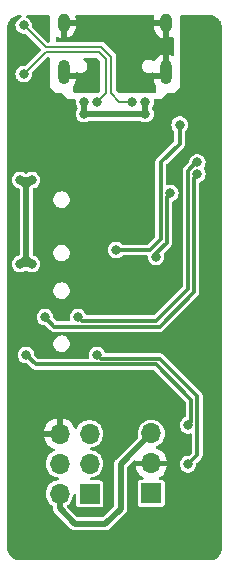
<source format=gbl>
%TF.GenerationSoftware,KiCad,Pcbnew,7.0.9*%
%TF.CreationDate,2023-12-31T00:29:42+09:00*%
%TF.ProjectId,CustomUPDIProgrammer,43757374-6f6d-4555-9044-4950726f6772,rev?*%
%TF.SameCoordinates,Original*%
%TF.FileFunction,Copper,L2,Bot*%
%TF.FilePolarity,Positive*%
%FSLAX46Y46*%
G04 Gerber Fmt 4.6, Leading zero omitted, Abs format (unit mm)*
G04 Created by KiCad (PCBNEW 7.0.9) date 2023-12-31 00:29:42*
%MOMM*%
%LPD*%
G01*
G04 APERTURE LIST*
%TA.AperFunction,ComponentPad*%
%ADD10R,1.700000X1.700000*%
%TD*%
%TA.AperFunction,ComponentPad*%
%ADD11O,1.700000X1.700000*%
%TD*%
%TA.AperFunction,ComponentPad*%
%ADD12O,1.000000X2.100000*%
%TD*%
%TA.AperFunction,ComponentPad*%
%ADD13O,1.000000X1.600000*%
%TD*%
%TA.AperFunction,ViaPad*%
%ADD14C,0.800000*%
%TD*%
%TA.AperFunction,Conductor*%
%ADD15C,0.500000*%
%TD*%
%TA.AperFunction,Conductor*%
%ADD16C,0.300000*%
%TD*%
%TA.AperFunction,Conductor*%
%ADD17C,0.200000*%
%TD*%
G04 APERTURE END LIST*
D10*
%TO.P,J1,1,Pin_1*%
%TO.N,UPDI*%
X132870000Y-77440000D03*
D11*
%TO.P,J1,2,Pin_2*%
%TO.N,VOUT*%
X130330000Y-77440000D03*
%TO.P,J1,3,Pin_3*%
%TO.N,unconnected-(J1-Pin_3-Pad3)*%
X132870000Y-74900000D03*
%TO.P,J1,4,Pin_4*%
%TO.N,TXD-Serial*%
X130330000Y-74900000D03*
%TO.P,J1,5,Pin_5*%
%TO.N,RXD-Serial*%
X132870000Y-72360000D03*
%TO.P,J1,6,Pin_6*%
%TO.N,GND*%
X130330000Y-72360000D03*
%TD*%
D12*
%TO.P,USB1,13,SHIELD*%
%TO.N,GND*%
X139320000Y-41780000D03*
D13*
X139320000Y-37600000D03*
D12*
X130680000Y-41780000D03*
D13*
X130680000Y-37600000D03*
%TD*%
D10*
%TO.P,J2,1,Pin_1*%
%TO.N,UPDI*%
X138100000Y-77425000D03*
D11*
%TO.P,J2,2,Pin_2*%
%TO.N,GND*%
X138100000Y-74885000D03*
%TO.P,J2,3,Pin_3*%
%TO.N,VOUT*%
X138100000Y-72345000D03*
%TD*%
D14*
%TO.N,GND*%
X138800000Y-44500000D03*
X141600000Y-48100000D03*
X128900000Y-37800000D03*
X136500000Y-78300000D03*
X142700000Y-61600000D03*
X130700000Y-44700000D03*
X133200000Y-41100000D03*
X138800000Y-45500000D03*
X139600000Y-58700000D03*
X139800000Y-44500000D03*
X127500000Y-59100000D03*
X136500000Y-76500000D03*
X134500000Y-78300000D03*
X128900000Y-41900000D03*
X143000000Y-82000000D03*
X143000000Y-38000000D03*
X137800000Y-53200000D03*
X134500000Y-76500000D03*
X136800000Y-61500000D03*
X136800000Y-64700000D03*
X142700000Y-57400000D03*
X132100000Y-79000000D03*
X137500000Y-47300000D03*
X135900000Y-67800000D03*
X141500000Y-66900000D03*
X127000000Y-82000000D03*
X128500000Y-69200000D03*
X134100000Y-51350000D03*
X127900000Y-44000000D03*
%TO.N,+3.3V*%
X140500000Y-46200000D03*
X127000000Y-50900000D03*
X128000000Y-50900000D03*
X135100000Y-56800000D03*
X128000000Y-58000000D03*
X127000000Y-58000000D03*
%TO.N,VBUS*%
X137600000Y-45300000D03*
X132400000Y-44300000D03*
X137600000Y-44300000D03*
X132400000Y-45300000D03*
%TO.N,TXD*%
X129100000Y-62500000D03*
X142000000Y-50400000D03*
%TO.N,RXD*%
X131900000Y-62500000D03*
X142000000Y-49400000D03*
%TO.N,Net-(USB1-CC2)*%
X133500000Y-44300000D03*
X127300000Y-41900000D03*
%TO.N,Net-(USB1-CC1)*%
X136500000Y-44300000D03*
X127300000Y-37800000D03*
%TO.N,Net-(U1-TNOW)*%
X138500000Y-57400000D03*
X139700000Y-52000000D03*
%TO.N,TXD-UPDI*%
X127500000Y-65700000D03*
X141200000Y-71650000D03*
%TO.N,RXD-UPDI*%
X141200000Y-74950000D03*
X133500000Y-65700000D03*
%TD*%
D15*
%TO.N,GND*%
X139320000Y-41780000D02*
X139000000Y-42100000D01*
X139000000Y-42100000D02*
X137340000Y-42100000D01*
X131000000Y-42100000D02*
X132500000Y-42100000D01*
X130680000Y-41780000D02*
X131000000Y-42100000D01*
D16*
%TO.N,+3.3V*%
X138000000Y-56800000D02*
X135100000Y-56800000D01*
D15*
X127000000Y-58000000D02*
X128000000Y-58000000D01*
X127500000Y-57500000D02*
X127500000Y-51400000D01*
X127500000Y-51400000D02*
X127000000Y-50900000D01*
D16*
X140500000Y-47800000D02*
X138900000Y-49400000D01*
D15*
X128000000Y-58000000D02*
X127500000Y-57500000D01*
D16*
X140500000Y-46200000D02*
X140500000Y-47800000D01*
X138900000Y-49400000D02*
X138900000Y-55900000D01*
D15*
X127500000Y-51400000D02*
X128000000Y-50900000D01*
X128000000Y-50900000D02*
X127000000Y-50900000D01*
D16*
X138900000Y-55900000D02*
X138000000Y-56800000D01*
D15*
X127500000Y-57500000D02*
X127000000Y-58000000D01*
%TO.N,VBUS*%
X132400000Y-44300000D02*
X132400000Y-45200000D01*
X132400000Y-45200000D02*
X132500000Y-45300000D01*
X137500000Y-45300000D02*
X137600000Y-45200000D01*
X137600000Y-45200000D02*
X137600000Y-44300000D01*
X132500000Y-45300000D02*
X137500000Y-45300000D01*
D16*
%TO.N,TXD*%
X129900000Y-63300000D02*
X129100000Y-62500000D01*
X138800000Y-63300000D02*
X129900000Y-63300000D01*
X141700000Y-60400000D02*
X138800000Y-63300000D01*
X142000000Y-50400000D02*
X141700000Y-50700000D01*
X141700000Y-50700000D02*
X141700000Y-60400000D01*
%TO.N,RXD*%
X141200000Y-50100000D02*
X141200000Y-60100000D01*
X132200000Y-62800000D02*
X131900000Y-62500000D01*
X141900000Y-49400000D02*
X141200000Y-50100000D01*
X142000000Y-49400000D02*
X141900000Y-49400000D01*
X138500000Y-62800000D02*
X132200000Y-62800000D01*
X141200000Y-60100000D02*
X138500000Y-62800000D01*
D15*
%TO.N,VOUT*%
X130330000Y-78680000D02*
X130330000Y-77440000D01*
X135500000Y-78700000D02*
X134200000Y-80000000D01*
X134200000Y-80000000D02*
X131650000Y-80000000D01*
X138100000Y-72345000D02*
X135500000Y-74945000D01*
X135500000Y-74945000D02*
X135500000Y-78700000D01*
X131650000Y-80000000D02*
X130330000Y-78680000D01*
D17*
%TO.N,Net-(USB1-CC2)*%
X129150000Y-40050000D02*
X127300000Y-41900000D01*
X133650000Y-40050000D02*
X129150000Y-40050000D01*
X134250000Y-40650000D02*
X133650000Y-40050000D01*
X133500000Y-44300000D02*
X134250000Y-43550000D01*
X134250000Y-43550000D02*
X134250000Y-40650000D01*
%TO.N,Net-(USB1-CC1)*%
X134650000Y-43550000D02*
X134650000Y-40450000D01*
X135400000Y-44300000D02*
X134650000Y-43550000D01*
X134650000Y-40450000D02*
X133850000Y-39650000D01*
X129150000Y-39650000D02*
X127300000Y-37800000D01*
X133850000Y-39650000D02*
X129150000Y-39650000D01*
X136500000Y-44300000D02*
X135400000Y-44300000D01*
D16*
%TO.N,Net-(U1-TNOW)*%
X139700000Y-52000000D02*
X139400000Y-52300000D01*
X139400000Y-56200000D02*
X138500000Y-57100000D01*
X138500000Y-57100000D02*
X138500000Y-57400000D01*
X139400000Y-52300000D02*
X139400000Y-56200000D01*
%TO.N,TXD-UPDI*%
X141500000Y-69500000D02*
X138500000Y-66500000D01*
X128300000Y-66500000D02*
X127500000Y-65700000D01*
X141500000Y-71350000D02*
X141500000Y-69500000D01*
X138500000Y-66500000D02*
X128300000Y-66500000D01*
X141200000Y-71650000D02*
X141500000Y-71350000D01*
%TO.N,RXD-UPDI*%
X133500000Y-65700000D02*
X133800000Y-66000000D01*
X142000000Y-74150000D02*
X141200000Y-74950000D01*
X138800000Y-66000000D02*
X142000000Y-69200000D01*
X133800000Y-66000000D02*
X138800000Y-66000000D01*
X142000000Y-69200000D02*
X142000000Y-74150000D01*
%TD*%
%TA.AperFunction,Conductor*%
%TO.N,GND*%
G36*
X143002694Y-36900735D02*
G01*
X143180116Y-36916258D01*
X143201401Y-36920011D01*
X143259499Y-36935578D01*
X143365577Y-36964001D01*
X143385878Y-36971390D01*
X143539920Y-37043221D01*
X143558635Y-37054026D01*
X143681695Y-37140194D01*
X143697858Y-37151511D01*
X143714416Y-37165405D01*
X143834594Y-37285583D01*
X143848488Y-37302141D01*
X143945972Y-37441363D01*
X143956779Y-37460081D01*
X144028606Y-37614114D01*
X144035999Y-37634426D01*
X144079988Y-37798598D01*
X144083741Y-37819883D01*
X144099264Y-37997300D01*
X144099500Y-38002706D01*
X144099500Y-81997293D01*
X144099264Y-82002699D01*
X144083741Y-82180116D01*
X144079988Y-82201401D01*
X144035999Y-82365573D01*
X144028606Y-82385885D01*
X143956779Y-82539918D01*
X143945972Y-82558636D01*
X143848488Y-82697858D01*
X143834594Y-82714416D01*
X143714416Y-82834594D01*
X143697858Y-82848488D01*
X143558636Y-82945972D01*
X143539918Y-82956779D01*
X143385885Y-83028606D01*
X143365573Y-83035999D01*
X143201401Y-83079988D01*
X143180116Y-83083741D01*
X143042705Y-83095763D01*
X143002694Y-83099264D01*
X142997294Y-83099500D01*
X127002705Y-83099500D01*
X126997304Y-83099264D01*
X126953379Y-83095421D01*
X126819882Y-83083741D01*
X126798597Y-83079988D01*
X126634425Y-83035999D01*
X126614113Y-83028606D01*
X126460081Y-82956779D01*
X126441363Y-82945972D01*
X126302141Y-82848488D01*
X126285583Y-82834594D01*
X126165405Y-82714416D01*
X126151511Y-82697858D01*
X126054027Y-82558636D01*
X126043220Y-82539918D01*
X125971390Y-82385878D01*
X125964000Y-82365573D01*
X125920011Y-82201401D01*
X125916258Y-82180115D01*
X125903258Y-82031525D01*
X125900734Y-82002682D01*
X125900499Y-81997284D01*
X125900499Y-72610000D01*
X128999364Y-72610000D01*
X129056567Y-72823486D01*
X129056570Y-72823492D01*
X129156399Y-73037578D01*
X129291894Y-73231082D01*
X129458917Y-73398105D01*
X129652421Y-73533600D01*
X129851573Y-73626466D01*
X129904012Y-73672638D01*
X129923164Y-73739832D01*
X129902948Y-73806713D01*
X129849783Y-73852048D01*
X129843968Y-73854472D01*
X129836771Y-73857260D01*
X129814982Y-73865701D01*
X129814980Y-73865702D01*
X129633699Y-73977947D01*
X129476127Y-74121593D01*
X129347632Y-74291746D01*
X129252596Y-74482605D01*
X129252596Y-74482607D01*
X129194244Y-74687689D01*
X129174571Y-74899999D01*
X129174571Y-74900000D01*
X129194244Y-75112310D01*
X129252596Y-75317392D01*
X129252596Y-75317394D01*
X129347632Y-75508253D01*
X129424310Y-75609790D01*
X129476128Y-75678407D01*
X129633698Y-75822052D01*
X129814981Y-75934298D01*
X130013802Y-76011321D01*
X130210613Y-76048111D01*
X130272893Y-76079779D01*
X130308166Y-76140092D01*
X130305232Y-76209900D01*
X130265023Y-76267040D01*
X130210613Y-76291888D01*
X130013802Y-76328679D01*
X130013799Y-76328679D01*
X130013799Y-76328680D01*
X129814982Y-76405701D01*
X129814980Y-76405702D01*
X129633699Y-76517947D01*
X129476127Y-76661593D01*
X129347632Y-76831746D01*
X129252596Y-77022605D01*
X129252596Y-77022607D01*
X129194244Y-77227689D01*
X129174571Y-77439999D01*
X129174571Y-77440000D01*
X129194244Y-77652310D01*
X129252596Y-77857392D01*
X129252596Y-77857394D01*
X129347632Y-78048253D01*
X129347634Y-78048255D01*
X129476128Y-78218407D01*
X129633698Y-78362052D01*
X129633700Y-78362053D01*
X129633701Y-78362054D01*
X129720777Y-78415969D01*
X129767413Y-78467997D01*
X129779500Y-78521396D01*
X129779500Y-78670602D01*
X129777238Y-78736829D01*
X129787715Y-78779819D01*
X129788901Y-78786061D01*
X129794929Y-78829920D01*
X129802079Y-78846379D01*
X129808818Y-78866419D01*
X129813067Y-78883852D01*
X129834168Y-78921382D01*
X129834763Y-78922439D01*
X129837582Y-78928115D01*
X129855220Y-78968720D01*
X129855221Y-78968722D01*
X129866541Y-78982636D01*
X129878439Y-79000117D01*
X129887234Y-79015760D01*
X129887236Y-79015761D01*
X129918532Y-79047057D01*
X129922783Y-79051766D01*
X129950722Y-79086108D01*
X129965381Y-79096455D01*
X129981552Y-79110077D01*
X131254093Y-80382618D01*
X131299320Y-80431044D01*
X131337144Y-80454045D01*
X131342374Y-80457604D01*
X131377658Y-80484361D01*
X131385930Y-80487623D01*
X131394353Y-80490945D01*
X131413290Y-80500351D01*
X131428618Y-80509672D01*
X131471247Y-80521616D01*
X131477261Y-80523639D01*
X131483086Y-80525935D01*
X131518436Y-80539876D01*
X131536287Y-80541711D01*
X131557052Y-80545657D01*
X131574335Y-80550500D01*
X131618594Y-80550500D01*
X131624935Y-80550824D01*
X131668972Y-80555352D01*
X131686656Y-80552303D01*
X131707724Y-80550500D01*
X134190603Y-80550500D01*
X134256826Y-80552762D01*
X134299832Y-80542280D01*
X134306051Y-80541098D01*
X134349920Y-80535070D01*
X134366383Y-80527918D01*
X134386416Y-80521181D01*
X134403852Y-80516933D01*
X134442465Y-80495221D01*
X134448090Y-80492427D01*
X134488720Y-80474780D01*
X134502632Y-80463460D01*
X134520123Y-80451557D01*
X134535755Y-80442768D01*
X134535753Y-80442768D01*
X134535759Y-80442766D01*
X134567059Y-80411464D01*
X134571771Y-80407211D01*
X134606108Y-80379278D01*
X134616456Y-80364616D01*
X134630074Y-80348449D01*
X135882618Y-79095906D01*
X135931044Y-79050680D01*
X135954049Y-79012847D01*
X135957606Y-79007622D01*
X135984361Y-78972342D01*
X135990943Y-78955648D01*
X136000344Y-78936719D01*
X136009672Y-78921382D01*
X136021619Y-78878739D01*
X136023632Y-78872753D01*
X136039876Y-78831564D01*
X136041711Y-78813716D01*
X136045658Y-78792944D01*
X136050500Y-78775665D01*
X136050500Y-78731405D01*
X136050825Y-78725060D01*
X136055352Y-78681028D01*
X136052303Y-78663343D01*
X136050500Y-78642275D01*
X136050500Y-75224385D01*
X136070185Y-75157346D01*
X136086814Y-75136709D01*
X136590870Y-74632653D01*
X136652189Y-74599171D01*
X136721880Y-74604155D01*
X136763599Y-74635000D01*
X137666314Y-74635000D01*
X137640507Y-74675156D01*
X137600000Y-74813111D01*
X137600000Y-74956889D01*
X137640507Y-75094844D01*
X137666314Y-75135000D01*
X136769364Y-75135000D01*
X136826567Y-75348486D01*
X136826570Y-75348492D01*
X136926399Y-75562578D01*
X137061894Y-75756082D01*
X137228917Y-75923105D01*
X137408605Y-76048925D01*
X137452230Y-76103502D01*
X137459422Y-76173001D01*
X137427900Y-76235355D01*
X137367670Y-76270769D01*
X137337482Y-76274500D01*
X137205144Y-76274500D01*
X137205117Y-76274502D01*
X137180012Y-76277413D01*
X137180008Y-76277415D01*
X137077235Y-76322793D01*
X136997794Y-76402234D01*
X136952415Y-76505006D01*
X136952415Y-76505008D01*
X136949500Y-76530131D01*
X136949500Y-78319856D01*
X136949502Y-78319882D01*
X136952413Y-78344987D01*
X136952415Y-78344991D01*
X136997793Y-78447764D01*
X136997794Y-78447765D01*
X137077235Y-78527206D01*
X137180009Y-78572585D01*
X137205135Y-78575500D01*
X138994864Y-78575499D01*
X138994879Y-78575497D01*
X138994882Y-78575497D01*
X139019987Y-78572586D01*
X139019988Y-78572585D01*
X139019991Y-78572585D01*
X139122765Y-78527206D01*
X139202206Y-78447765D01*
X139247585Y-78344991D01*
X139250500Y-78319865D01*
X139250499Y-76530136D01*
X139249325Y-76520009D01*
X139247586Y-76505012D01*
X139247585Y-76505010D01*
X139247585Y-76505009D01*
X139202206Y-76402235D01*
X139122765Y-76322794D01*
X139122763Y-76322793D01*
X139019992Y-76277415D01*
X138994868Y-76274500D01*
X138862519Y-76274500D01*
X138795480Y-76254815D01*
X138749725Y-76202011D01*
X138739781Y-76132853D01*
X138768806Y-76069297D01*
X138791395Y-76048925D01*
X138971082Y-75923105D01*
X139138105Y-75756082D01*
X139273600Y-75562578D01*
X139373429Y-75348492D01*
X139373432Y-75348486D01*
X139430636Y-75135000D01*
X138533686Y-75135000D01*
X138559493Y-75094844D01*
X138600000Y-74956889D01*
X138600000Y-74813111D01*
X138559493Y-74675156D01*
X138533686Y-74635000D01*
X139430636Y-74635000D01*
X139430635Y-74634999D01*
X139373432Y-74421513D01*
X139373429Y-74421507D01*
X139273600Y-74207422D01*
X139273599Y-74207420D01*
X139138113Y-74013926D01*
X139138108Y-74013920D01*
X138971082Y-73846894D01*
X138777578Y-73711399D01*
X138578426Y-73618533D01*
X138525987Y-73572360D01*
X138506835Y-73505167D01*
X138527051Y-73438286D01*
X138580216Y-73392951D01*
X138586005Y-73390537D01*
X138615019Y-73379298D01*
X138796302Y-73267052D01*
X138953872Y-73123407D01*
X139082366Y-72953255D01*
X139128801Y-72860000D01*
X139177403Y-72762394D01*
X139177403Y-72762393D01*
X139177405Y-72762389D01*
X139235756Y-72557310D01*
X139255429Y-72345000D01*
X139235756Y-72132690D01*
X139177405Y-71927611D01*
X139177403Y-71927606D01*
X139177403Y-71927605D01*
X139082367Y-71736746D01*
X138953872Y-71566593D01*
X138796302Y-71422948D01*
X138615019Y-71310702D01*
X138615017Y-71310701D01*
X138454920Y-71248680D01*
X138416198Y-71233679D01*
X138206610Y-71194500D01*
X137993390Y-71194500D01*
X137783802Y-71233679D01*
X137783799Y-71233679D01*
X137783799Y-71233680D01*
X137584982Y-71310701D01*
X137584980Y-71310702D01*
X137403699Y-71422947D01*
X137246127Y-71566593D01*
X137117632Y-71736746D01*
X137022596Y-71927605D01*
X137022596Y-71927607D01*
X136964244Y-72132689D01*
X136944571Y-72344999D01*
X136944571Y-72345000D01*
X136964244Y-72557311D01*
X136976402Y-72600041D01*
X136975816Y-72669908D01*
X136944817Y-72721656D01*
X135117382Y-74549092D01*
X135068957Y-74594317D01*
X135045956Y-74632139D01*
X135042384Y-74637388D01*
X135015639Y-74672658D01*
X135015636Y-74672663D01*
X135009055Y-74689352D01*
X134999653Y-74708283D01*
X134990327Y-74723619D01*
X134978385Y-74766237D01*
X134976362Y-74772255D01*
X134960122Y-74813440D01*
X134958288Y-74831284D01*
X134954342Y-74852048D01*
X134949501Y-74869328D01*
X134949500Y-74869337D01*
X134949500Y-74913594D01*
X134949175Y-74919939D01*
X134944648Y-74963970D01*
X134944648Y-74963975D01*
X134947697Y-74981656D01*
X134949500Y-75002724D01*
X134949500Y-78420613D01*
X134929815Y-78487652D01*
X134913181Y-78508294D01*
X134008294Y-79413181D01*
X133946971Y-79446666D01*
X133920613Y-79449500D01*
X131929387Y-79449500D01*
X131862348Y-79429815D01*
X131841706Y-79413181D01*
X130991414Y-78562889D01*
X130957929Y-78501566D01*
X130962913Y-78431874D01*
X131004785Y-78375941D01*
X131013813Y-78369784D01*
X131026302Y-78362052D01*
X131183872Y-78218407D01*
X131312366Y-78048255D01*
X131407405Y-77857389D01*
X131465756Y-77652310D01*
X131472029Y-77584605D01*
X131497814Y-77519669D01*
X131554614Y-77478981D01*
X131624395Y-77475461D01*
X131685002Y-77510225D01*
X131717193Y-77572238D01*
X131719500Y-77596047D01*
X131719500Y-78334856D01*
X131719502Y-78334882D01*
X131722413Y-78359987D01*
X131722415Y-78359991D01*
X131767793Y-78462764D01*
X131767794Y-78462765D01*
X131847235Y-78542206D01*
X131950009Y-78587585D01*
X131975135Y-78590500D01*
X133764864Y-78590499D01*
X133764879Y-78590497D01*
X133764882Y-78590497D01*
X133789987Y-78587586D01*
X133789988Y-78587585D01*
X133789991Y-78587585D01*
X133892765Y-78542206D01*
X133972206Y-78462765D01*
X134017585Y-78359991D01*
X134020500Y-78334865D01*
X134020499Y-76545136D01*
X134020497Y-76545117D01*
X134017586Y-76520012D01*
X134017585Y-76520010D01*
X134017585Y-76520009D01*
X133972206Y-76417235D01*
X133892765Y-76337794D01*
X133872124Y-76328680D01*
X133789992Y-76292415D01*
X133764868Y-76289500D01*
X133036243Y-76289500D01*
X132969204Y-76269815D01*
X132923449Y-76217011D01*
X132913505Y-76147853D01*
X132942530Y-76084297D01*
X133001308Y-76046523D01*
X133013441Y-76043614D01*
X133186198Y-76011321D01*
X133385019Y-75934298D01*
X133566302Y-75822052D01*
X133723872Y-75678407D01*
X133852366Y-75508255D01*
X133913739Y-75385000D01*
X133947403Y-75317394D01*
X133947403Y-75317393D01*
X133947405Y-75317389D01*
X134005756Y-75112310D01*
X134025429Y-74900000D01*
X134005756Y-74687690D01*
X133947405Y-74482611D01*
X133947403Y-74482606D01*
X133947403Y-74482605D01*
X133852367Y-74291746D01*
X133723872Y-74121593D01*
X133672061Y-74074361D01*
X133566302Y-73977948D01*
X133385019Y-73865702D01*
X133385017Y-73865701D01*
X133285608Y-73827190D01*
X133186198Y-73788679D01*
X132989385Y-73751888D01*
X132927106Y-73720221D01*
X132891833Y-73659908D01*
X132894767Y-73590100D01*
X132934976Y-73532960D01*
X132989384Y-73508111D01*
X133186198Y-73471321D01*
X133385019Y-73394298D01*
X133566302Y-73282052D01*
X133723872Y-73138407D01*
X133852366Y-72968255D01*
X133906270Y-72860000D01*
X133947403Y-72777394D01*
X133947403Y-72777393D01*
X133947405Y-72777389D01*
X134005756Y-72572310D01*
X134025429Y-72360000D01*
X134005756Y-72147690D01*
X133947405Y-71942611D01*
X133947403Y-71942606D01*
X133947403Y-71942605D01*
X133852367Y-71751746D01*
X133723872Y-71581593D01*
X133707418Y-71566593D01*
X133566302Y-71437948D01*
X133385019Y-71325702D01*
X133385017Y-71325701D01*
X133285608Y-71287190D01*
X133186198Y-71248679D01*
X132976610Y-71209500D01*
X132763390Y-71209500D01*
X132553802Y-71248679D01*
X132553799Y-71248679D01*
X132553799Y-71248680D01*
X132354982Y-71325701D01*
X132354980Y-71325702D01*
X132173699Y-71437947D01*
X132016127Y-71581593D01*
X131887634Y-71751744D01*
X131820676Y-71886215D01*
X131773173Y-71937452D01*
X131705510Y-71954873D01*
X131639170Y-71932947D01*
X131597294Y-71883348D01*
X131503600Y-71682422D01*
X131503599Y-71682420D01*
X131368113Y-71488926D01*
X131368108Y-71488920D01*
X131201082Y-71321894D01*
X131007578Y-71186399D01*
X130793492Y-71086570D01*
X130793486Y-71086567D01*
X130580000Y-71029364D01*
X130580000Y-71924498D01*
X130472315Y-71875320D01*
X130365763Y-71860000D01*
X130294237Y-71860000D01*
X130187685Y-71875320D01*
X130080000Y-71924498D01*
X130080000Y-71029364D01*
X130079999Y-71029364D01*
X129866513Y-71086567D01*
X129866507Y-71086570D01*
X129652422Y-71186399D01*
X129652420Y-71186400D01*
X129458926Y-71321886D01*
X129458920Y-71321891D01*
X129291891Y-71488920D01*
X129291886Y-71488926D01*
X129156400Y-71682420D01*
X129156399Y-71682422D01*
X129056570Y-71896507D01*
X129056567Y-71896513D01*
X128999364Y-72109999D01*
X128999364Y-72110000D01*
X129896314Y-72110000D01*
X129870507Y-72150156D01*
X129830000Y-72288111D01*
X129830000Y-72431889D01*
X129870507Y-72569844D01*
X129896314Y-72610000D01*
X128999364Y-72610000D01*
X125900499Y-72610000D01*
X125900499Y-65700000D01*
X126794355Y-65700000D01*
X126814859Y-65868869D01*
X126814860Y-65868874D01*
X126875182Y-66027931D01*
X126937475Y-66118177D01*
X126971817Y-66167929D01*
X127077505Y-66261560D01*
X127099150Y-66280736D01*
X127249773Y-66359789D01*
X127249775Y-66359790D01*
X127414944Y-66400500D01*
X127512034Y-66400500D01*
X127579073Y-66420185D01*
X127599715Y-66436819D01*
X127961090Y-66798193D01*
X127965726Y-66803380D01*
X127990121Y-66833970D01*
X127990121Y-66833971D01*
X128039271Y-66867480D01*
X128087118Y-66902793D01*
X128094654Y-66906776D01*
X128102319Y-66910467D01*
X128102327Y-66910472D01*
X128159177Y-66928007D01*
X128215297Y-66947645D01*
X128215299Y-66947645D01*
X128215301Y-66947646D01*
X128215302Y-66947646D01*
X128223698Y-66949234D01*
X128232095Y-66950500D01*
X128232098Y-66950500D01*
X128291559Y-66950500D01*
X128351009Y-66952725D01*
X128351009Y-66952724D01*
X128351010Y-66952725D01*
X128351010Y-66952724D01*
X128360242Y-66951685D01*
X128360335Y-66952513D01*
X128375639Y-66950500D01*
X138262034Y-66950500D01*
X138329073Y-66970185D01*
X138349715Y-66986819D01*
X141013181Y-69650284D01*
X141046666Y-69711607D01*
X141049500Y-69737965D01*
X141049500Y-70868481D01*
X141029815Y-70935520D01*
X140977011Y-70981275D01*
X140955183Y-70988876D01*
X140949776Y-70990208D01*
X140949774Y-70990209D01*
X140799150Y-71069263D01*
X140671816Y-71182072D01*
X140575182Y-71322068D01*
X140514860Y-71481125D01*
X140514859Y-71481130D01*
X140494355Y-71650000D01*
X140514859Y-71818869D01*
X140514860Y-71818874D01*
X140575182Y-71977931D01*
X140637475Y-72068177D01*
X140671817Y-72117929D01*
X140777505Y-72211560D01*
X140799150Y-72230736D01*
X140949773Y-72309789D01*
X140949775Y-72309790D01*
X141114944Y-72350500D01*
X141285056Y-72350500D01*
X141395825Y-72323198D01*
X141465627Y-72326267D01*
X141522689Y-72366587D01*
X141548895Y-72431356D01*
X141549500Y-72443595D01*
X141549500Y-73912034D01*
X141529815Y-73979073D01*
X141513181Y-73999715D01*
X141299716Y-74213181D01*
X141238393Y-74246666D01*
X141212035Y-74249500D01*
X141114944Y-74249500D01*
X140949773Y-74290210D01*
X140799150Y-74369263D01*
X140671816Y-74482072D01*
X140575182Y-74622068D01*
X140514860Y-74781125D01*
X140514859Y-74781130D01*
X140494355Y-74950000D01*
X140514859Y-75118869D01*
X140514860Y-75118874D01*
X140575182Y-75277931D01*
X140623888Y-75348492D01*
X140671817Y-75417929D01*
X140773772Y-75508253D01*
X140799150Y-75530736D01*
X140949773Y-75609789D01*
X140949775Y-75609790D01*
X141114944Y-75650500D01*
X141285056Y-75650500D01*
X141450225Y-75609790D01*
X141540179Y-75562578D01*
X141600849Y-75530736D01*
X141600850Y-75530734D01*
X141600852Y-75530734D01*
X141728183Y-75417929D01*
X141824818Y-75277930D01*
X141885140Y-75118872D01*
X141905645Y-74950000D01*
X141905502Y-74948824D01*
X141905645Y-74947965D01*
X141905645Y-74942499D01*
X141906553Y-74942499D01*
X141916955Y-74879901D01*
X141940912Y-74846189D01*
X142298205Y-74488896D01*
X142303373Y-74484277D01*
X142333970Y-74459879D01*
X142367480Y-74410728D01*
X142402793Y-74362882D01*
X142402794Y-74362879D01*
X142406787Y-74355324D01*
X142410470Y-74347676D01*
X142410470Y-74347675D01*
X142410472Y-74347673D01*
X142428007Y-74290822D01*
X142447646Y-74234699D01*
X142449228Y-74226336D01*
X142450500Y-74217899D01*
X142450500Y-74158441D01*
X142452725Y-74098990D01*
X142451685Y-74089758D01*
X142452513Y-74089664D01*
X142450500Y-74074361D01*
X142450500Y-69228782D01*
X142450889Y-69221843D01*
X142455270Y-69182965D01*
X142444211Y-69124520D01*
X142435348Y-69065713D01*
X142435347Y-69065711D01*
X142432836Y-69057571D01*
X142430024Y-69049533D01*
X142430023Y-69049528D01*
X142402226Y-68996936D01*
X142376425Y-68943358D01*
X142376422Y-68943355D01*
X142376421Y-68943352D01*
X142371642Y-68936342D01*
X142366568Y-68929469D01*
X142366565Y-68929462D01*
X142324516Y-68887413D01*
X142284055Y-68843806D01*
X142276792Y-68838014D01*
X142277312Y-68837361D01*
X142265067Y-68827964D01*
X139138908Y-65701805D01*
X139134271Y-65696617D01*
X139109878Y-65666029D01*
X139060728Y-65632519D01*
X139012882Y-65597207D01*
X139005297Y-65593198D01*
X138997677Y-65589529D01*
X138973161Y-65581967D01*
X138940822Y-65571992D01*
X138920154Y-65564760D01*
X138884695Y-65552352D01*
X138876326Y-65550768D01*
X138867904Y-65549500D01*
X138867902Y-65549500D01*
X138808426Y-65549500D01*
X138748990Y-65547275D01*
X138739756Y-65548316D01*
X138739662Y-65547486D01*
X138724364Y-65549500D01*
X134277699Y-65549500D01*
X134210660Y-65529815D01*
X134164905Y-65477011D01*
X134161757Y-65469471D01*
X134148737Y-65435140D01*
X134124818Y-65372070D01*
X134028183Y-65232071D01*
X133900852Y-65119266D01*
X133900849Y-65119263D01*
X133750226Y-65040210D01*
X133585056Y-64999500D01*
X133414944Y-64999500D01*
X133249773Y-65040210D01*
X133099150Y-65119263D01*
X132971816Y-65232072D01*
X132875182Y-65372068D01*
X132814860Y-65531125D01*
X132814859Y-65531130D01*
X132794355Y-65700000D01*
X132814859Y-65868869D01*
X132814861Y-65868877D01*
X132819660Y-65881530D01*
X132825027Y-65951193D01*
X132791879Y-66012699D01*
X132730740Y-66046520D01*
X132703718Y-66049500D01*
X128537966Y-66049500D01*
X128470927Y-66029815D01*
X128450285Y-66013181D01*
X128240916Y-65803812D01*
X128207431Y-65742489D01*
X128205797Y-65707502D01*
X128205645Y-65707502D01*
X128205645Y-65704243D01*
X128205502Y-65701181D01*
X128205645Y-65700003D01*
X128205645Y-65700001D01*
X128197451Y-65632519D01*
X128185140Y-65531128D01*
X128124818Y-65372070D01*
X128028183Y-65232071D01*
X127900852Y-65119266D01*
X127900849Y-65119263D01*
X127750226Y-65040210D01*
X127585056Y-64999500D01*
X127414944Y-64999500D01*
X127249773Y-65040210D01*
X127099150Y-65119263D01*
X126971816Y-65232072D01*
X126875182Y-65372068D01*
X126814860Y-65531125D01*
X126814859Y-65531130D01*
X126794355Y-65700000D01*
X125900499Y-65700000D01*
X125900499Y-64835055D01*
X129799500Y-64835055D01*
X129840210Y-65000226D01*
X129919263Y-65150849D01*
X129919266Y-65150852D01*
X130032071Y-65278183D01*
X130122318Y-65340476D01*
X130172068Y-65374817D01*
X130172069Y-65374817D01*
X130172070Y-65374818D01*
X130331128Y-65435140D01*
X130407028Y-65444356D01*
X130457626Y-65450500D01*
X130457628Y-65450500D01*
X130542374Y-65450500D01*
X130584538Y-65445380D01*
X130668872Y-65435140D01*
X130827930Y-65374818D01*
X130967929Y-65278183D01*
X131080734Y-65150852D01*
X131097314Y-65119263D01*
X131159789Y-65000226D01*
X131159790Y-65000225D01*
X131200500Y-64835056D01*
X131200500Y-64664944D01*
X131159790Y-64499775D01*
X131159789Y-64499773D01*
X131080736Y-64349150D01*
X131061560Y-64327505D01*
X130967929Y-64221817D01*
X130918177Y-64187475D01*
X130827931Y-64125182D01*
X130668874Y-64064860D01*
X130668868Y-64064859D01*
X130542374Y-64049500D01*
X130542372Y-64049500D01*
X130457628Y-64049500D01*
X130457626Y-64049500D01*
X130331131Y-64064859D01*
X130331125Y-64064860D01*
X130172068Y-64125182D01*
X130032072Y-64221816D01*
X129919263Y-64349150D01*
X129840210Y-64499773D01*
X129799500Y-64664944D01*
X129799500Y-64835055D01*
X125900499Y-64835055D01*
X125900499Y-62500000D01*
X128394355Y-62500000D01*
X128414859Y-62668869D01*
X128414860Y-62668874D01*
X128475182Y-62827931D01*
X128537475Y-62918177D01*
X128571817Y-62967929D01*
X128677505Y-63061560D01*
X128699150Y-63080736D01*
X128849773Y-63159789D01*
X128849775Y-63159790D01*
X129014944Y-63200500D01*
X129112034Y-63200500D01*
X129179073Y-63220185D01*
X129199715Y-63236819D01*
X129561090Y-63598193D01*
X129565726Y-63603380D01*
X129590121Y-63633970D01*
X129590121Y-63633971D01*
X129639271Y-63667480D01*
X129687118Y-63702793D01*
X129694654Y-63706776D01*
X129702319Y-63710467D01*
X129702327Y-63710472D01*
X129759177Y-63728007D01*
X129815297Y-63747645D01*
X129815299Y-63747645D01*
X129815301Y-63747646D01*
X129815302Y-63747646D01*
X129823698Y-63749234D01*
X129832095Y-63750500D01*
X129832098Y-63750500D01*
X129891559Y-63750500D01*
X129951009Y-63752725D01*
X129951009Y-63752724D01*
X129951010Y-63752725D01*
X129951010Y-63752724D01*
X129960242Y-63751685D01*
X129960335Y-63752513D01*
X129975639Y-63750500D01*
X138771217Y-63750500D01*
X138778155Y-63750889D01*
X138810050Y-63754483D01*
X138817034Y-63755270D01*
X138817034Y-63755269D01*
X138817035Y-63755270D01*
X138875479Y-63744211D01*
X138934287Y-63735348D01*
X138934290Y-63735346D01*
X138942447Y-63732830D01*
X138950469Y-63730023D01*
X138950472Y-63730023D01*
X139003072Y-63702222D01*
X139056642Y-63676425D01*
X139056642Y-63676424D01*
X139056644Y-63676424D01*
X139063695Y-63671616D01*
X139070538Y-63666566D01*
X139112599Y-63624504D01*
X139156194Y-63584055D01*
X139156196Y-63584050D01*
X139161987Y-63576790D01*
X139162643Y-63577313D01*
X139172032Y-63565070D01*
X141998205Y-60738896D01*
X142003373Y-60734277D01*
X142033970Y-60709879D01*
X142067477Y-60660733D01*
X142102793Y-60612883D01*
X142102795Y-60612875D01*
X142106786Y-60605324D01*
X142110466Y-60597680D01*
X142110472Y-60597673D01*
X142122916Y-60557325D01*
X142128005Y-60540830D01*
X142147646Y-60484700D01*
X142149227Y-60476341D01*
X142150500Y-60467899D01*
X142150500Y-60408426D01*
X142152724Y-60348992D01*
X142151684Y-60339761D01*
X142152513Y-60339667D01*
X142150500Y-60324366D01*
X142150500Y-51181517D01*
X142170185Y-51114478D01*
X142222989Y-51068723D01*
X142244820Y-51061122D01*
X142250225Y-51059790D01*
X142400852Y-50980734D01*
X142528183Y-50867929D01*
X142624818Y-50727930D01*
X142685140Y-50568872D01*
X142705645Y-50400000D01*
X142685140Y-50231128D01*
X142624818Y-50072070D01*
X142554666Y-49970437D01*
X142532784Y-49904086D01*
X142550249Y-49836435D01*
X142554652Y-49829581D01*
X142624818Y-49727930D01*
X142685140Y-49568872D01*
X142705645Y-49400000D01*
X142685140Y-49231128D01*
X142685138Y-49231124D01*
X142624817Y-49072068D01*
X142590476Y-49022318D01*
X142528183Y-48932071D01*
X142400852Y-48819266D01*
X142400849Y-48819263D01*
X142250226Y-48740210D01*
X142085056Y-48699500D01*
X141914944Y-48699500D01*
X141749773Y-48740210D01*
X141599150Y-48819263D01*
X141471816Y-48932072D01*
X141375182Y-49072068D01*
X141375182Y-49072069D01*
X141314860Y-49231124D01*
X141314859Y-49231129D01*
X141303859Y-49321718D01*
X141276236Y-49385896D01*
X141268444Y-49394451D01*
X140901804Y-49761092D01*
X140896617Y-49765727D01*
X140866033Y-49790117D01*
X140866029Y-49790121D01*
X140832519Y-49839271D01*
X140797206Y-49887118D01*
X140793216Y-49894667D01*
X140789528Y-49902326D01*
X140771992Y-49959177D01*
X140752353Y-50015301D01*
X140750771Y-50023659D01*
X140749500Y-50032100D01*
X140749500Y-50091573D01*
X140747275Y-50151009D01*
X140748316Y-50160243D01*
X140747485Y-50160336D01*
X140749500Y-50175635D01*
X140749500Y-59862035D01*
X140729815Y-59929074D01*
X140713181Y-59949716D01*
X138349716Y-62313181D01*
X138288393Y-62346666D01*
X138262035Y-62349500D01*
X132677699Y-62349500D01*
X132610660Y-62329815D01*
X132564905Y-62277011D01*
X132561757Y-62269471D01*
X132555447Y-62252833D01*
X132524818Y-62172070D01*
X132428183Y-62032071D01*
X132300852Y-61919266D01*
X132300849Y-61919263D01*
X132150226Y-61840210D01*
X131985056Y-61799500D01*
X131814944Y-61799500D01*
X131649773Y-61840210D01*
X131499150Y-61919263D01*
X131371816Y-62032072D01*
X131275182Y-62172068D01*
X131214860Y-62331125D01*
X131214859Y-62331130D01*
X131194355Y-62500000D01*
X131214859Y-62668869D01*
X131214861Y-62668877D01*
X131219660Y-62681530D01*
X131225027Y-62751193D01*
X131191879Y-62812699D01*
X131130740Y-62846520D01*
X131103718Y-62849500D01*
X130137966Y-62849500D01*
X130070927Y-62829815D01*
X130050285Y-62813181D01*
X129840916Y-62603812D01*
X129807431Y-62542489D01*
X129805797Y-62507502D01*
X129805645Y-62507502D01*
X129805645Y-62504243D01*
X129805502Y-62501181D01*
X129805645Y-62500003D01*
X129805645Y-62500001D01*
X129787371Y-62349500D01*
X129785140Y-62331128D01*
X129724818Y-62172070D01*
X129628183Y-62032071D01*
X129500852Y-61919266D01*
X129500849Y-61919263D01*
X129350226Y-61840210D01*
X129185056Y-61799500D01*
X129014944Y-61799500D01*
X128849773Y-61840210D01*
X128699150Y-61919263D01*
X128571816Y-62032072D01*
X128475182Y-62172068D01*
X128414860Y-62331125D01*
X128414859Y-62331130D01*
X128394355Y-62500000D01*
X125900499Y-62500000D01*
X125900499Y-60335056D01*
X129799500Y-60335056D01*
X129802935Y-60348992D01*
X129840210Y-60500226D01*
X129919263Y-60650849D01*
X129919266Y-60650852D01*
X130032071Y-60778183D01*
X130122318Y-60840476D01*
X130172068Y-60874817D01*
X130172069Y-60874817D01*
X130172070Y-60874818D01*
X130331128Y-60935140D01*
X130407028Y-60944356D01*
X130457626Y-60950500D01*
X130457628Y-60950500D01*
X130542374Y-60950500D01*
X130584538Y-60945380D01*
X130668872Y-60935140D01*
X130827930Y-60874818D01*
X130967929Y-60778183D01*
X131080734Y-60650852D01*
X131100661Y-60612886D01*
X131138478Y-60540831D01*
X131159790Y-60500225D01*
X131200500Y-60335056D01*
X131200500Y-60164944D01*
X131159790Y-59999775D01*
X131114455Y-59913397D01*
X131080736Y-59849150D01*
X131061560Y-59827505D01*
X130967929Y-59721817D01*
X130918177Y-59687475D01*
X130827931Y-59625182D01*
X130668874Y-59564860D01*
X130668868Y-59564859D01*
X130542374Y-59549500D01*
X130542372Y-59549500D01*
X130457628Y-59549500D01*
X130457626Y-59549500D01*
X130331131Y-59564859D01*
X130331125Y-59564860D01*
X130172068Y-59625182D01*
X130032072Y-59721816D01*
X129919263Y-59849150D01*
X129840210Y-59999773D01*
X129840210Y-59999775D01*
X129799500Y-60164944D01*
X129799500Y-60335056D01*
X125900499Y-60335056D01*
X125900499Y-59999773D01*
X125900499Y-58000000D01*
X126294355Y-58000000D01*
X126314859Y-58168869D01*
X126314860Y-58168874D01*
X126375182Y-58327931D01*
X126437475Y-58418177D01*
X126471817Y-58467929D01*
X126565021Y-58550500D01*
X126599150Y-58580736D01*
X126749773Y-58659789D01*
X126749775Y-58659790D01*
X126914944Y-58700500D01*
X127085056Y-58700500D01*
X127250225Y-58659790D01*
X127339547Y-58612909D01*
X127400845Y-58580738D01*
X127400846Y-58580736D01*
X127400852Y-58580734D01*
X127400856Y-58580730D01*
X127407020Y-58576476D01*
X127407960Y-58577839D01*
X127463011Y-58551963D01*
X127482006Y-58550500D01*
X127517994Y-58550500D01*
X127585033Y-58570185D01*
X127597074Y-58579302D01*
X127599154Y-58580738D01*
X127749773Y-58659789D01*
X127749775Y-58659790D01*
X127914944Y-58700500D01*
X128085056Y-58700500D01*
X128250225Y-58659790D01*
X128329692Y-58618081D01*
X128400849Y-58580736D01*
X128400850Y-58580734D01*
X128400852Y-58580734D01*
X128528183Y-58467929D01*
X128624818Y-58327930D01*
X128685140Y-58168872D01*
X128705645Y-58000000D01*
X128685140Y-57831128D01*
X128624818Y-57672070D01*
X128528183Y-57532071D01*
X128400852Y-57419266D01*
X128400849Y-57419263D01*
X128250226Y-57340210D01*
X128144825Y-57314231D01*
X128084444Y-57279075D01*
X128052656Y-57216855D01*
X128050500Y-57193834D01*
X128050500Y-57135055D01*
X129799500Y-57135055D01*
X129840210Y-57300226D01*
X129919263Y-57450849D01*
X129919266Y-57450852D01*
X130032071Y-57578183D01*
X130122318Y-57640476D01*
X130172068Y-57674817D01*
X130172069Y-57674817D01*
X130172070Y-57674818D01*
X130273358Y-57713231D01*
X130312116Y-57727930D01*
X130331128Y-57735140D01*
X130407028Y-57744356D01*
X130457626Y-57750500D01*
X130457628Y-57750500D01*
X130542374Y-57750500D01*
X130584538Y-57745380D01*
X130668872Y-57735140D01*
X130827930Y-57674818D01*
X130967929Y-57578183D01*
X131080734Y-57450852D01*
X131097314Y-57419263D01*
X131159789Y-57300226D01*
X131159790Y-57300225D01*
X131200500Y-57135056D01*
X131200500Y-56964944D01*
X131159845Y-56800000D01*
X134394355Y-56800000D01*
X134414859Y-56968869D01*
X134414860Y-56968874D01*
X134475182Y-57127931D01*
X134536563Y-57216855D01*
X134571817Y-57267929D01*
X134653406Y-57340210D01*
X134699150Y-57380736D01*
X134832745Y-57450852D01*
X134849775Y-57459790D01*
X135014944Y-57500500D01*
X135185056Y-57500500D01*
X135350225Y-57459790D01*
X135500852Y-57380734D01*
X135612656Y-57281685D01*
X135675889Y-57251963D01*
X135694883Y-57250500D01*
X137672541Y-57250500D01*
X137739580Y-57270185D01*
X137785335Y-57322989D01*
X137795636Y-57389450D01*
X137794355Y-57399997D01*
X137794355Y-57399999D01*
X137814859Y-57568869D01*
X137814860Y-57568874D01*
X137875182Y-57727931D01*
X137890761Y-57750500D01*
X137971817Y-57867929D01*
X138077505Y-57961560D01*
X138099150Y-57980736D01*
X138249773Y-58059789D01*
X138249775Y-58059790D01*
X138414944Y-58100500D01*
X138585056Y-58100500D01*
X138750225Y-58059790D01*
X138864144Y-58000000D01*
X138900849Y-57980736D01*
X138900850Y-57980734D01*
X138900852Y-57980734D01*
X139028183Y-57867929D01*
X139124818Y-57727930D01*
X139185140Y-57568872D01*
X139205645Y-57400000D01*
X139185140Y-57231128D01*
X139164303Y-57176187D01*
X139158937Y-57106525D01*
X139192084Y-57045019D01*
X139192324Y-57044777D01*
X139698205Y-56538896D01*
X139703373Y-56534277D01*
X139733970Y-56509879D01*
X139767480Y-56460728D01*
X139802793Y-56412882D01*
X139802794Y-56412879D01*
X139806778Y-56405341D01*
X139810474Y-56397668D01*
X139828006Y-56340827D01*
X139847645Y-56284702D01*
X139847646Y-56284700D01*
X139847646Y-56284695D01*
X139849228Y-56276336D01*
X139850500Y-56267899D01*
X139850500Y-56208426D01*
X139852724Y-56148992D01*
X139851684Y-56139761D01*
X139852513Y-56139667D01*
X139850500Y-56124366D01*
X139850500Y-52781517D01*
X139870185Y-52714478D01*
X139922989Y-52668723D01*
X139944820Y-52661122D01*
X139950225Y-52659790D01*
X140100852Y-52580734D01*
X140228183Y-52467929D01*
X140324818Y-52327930D01*
X140385140Y-52168872D01*
X140405645Y-52000000D01*
X140385140Y-51831128D01*
X140324818Y-51672070D01*
X140228183Y-51532071D01*
X140100852Y-51419266D01*
X140100849Y-51419263D01*
X139950226Y-51340210D01*
X139785056Y-51299500D01*
X139614944Y-51299500D01*
X139614942Y-51299500D01*
X139504174Y-51326801D01*
X139434372Y-51323731D01*
X139377310Y-51283411D01*
X139351105Y-51218642D01*
X139350500Y-51206404D01*
X139350500Y-49637964D01*
X139370185Y-49570925D01*
X139386814Y-49550288D01*
X140798205Y-48138896D01*
X140803373Y-48134277D01*
X140833970Y-48109879D01*
X140867480Y-48060728D01*
X140902793Y-48012882D01*
X140902794Y-48012879D01*
X140906787Y-48005324D01*
X140910470Y-47997676D01*
X140910470Y-47997675D01*
X140910472Y-47997673D01*
X140928007Y-47940822D01*
X140947646Y-47884699D01*
X140949228Y-47876336D01*
X140950500Y-47867899D01*
X140950500Y-47808441D01*
X140952725Y-47748990D01*
X140951685Y-47739758D01*
X140952513Y-47739664D01*
X140950500Y-47724361D01*
X140950500Y-46792557D01*
X140970185Y-46725518D01*
X140992270Y-46699744D01*
X141028183Y-46667929D01*
X141124818Y-46527930D01*
X141185140Y-46368872D01*
X141205645Y-46200000D01*
X141185140Y-46031128D01*
X141173524Y-46000500D01*
X141128105Y-45880738D01*
X141124818Y-45872070D01*
X141028183Y-45732071D01*
X140900852Y-45619266D01*
X140900849Y-45619263D01*
X140750226Y-45540210D01*
X140585056Y-45499500D01*
X140414944Y-45499500D01*
X140249773Y-45540210D01*
X140099150Y-45619263D01*
X139971816Y-45732072D01*
X139875182Y-45872068D01*
X139814860Y-46031125D01*
X139814859Y-46031130D01*
X139794355Y-46200000D01*
X139814859Y-46368869D01*
X139814860Y-46368874D01*
X139875182Y-46527931D01*
X139971815Y-46667927D01*
X139971816Y-46667928D01*
X139971817Y-46667929D01*
X140007727Y-46699742D01*
X140044853Y-46758929D01*
X140049500Y-46792557D01*
X140049500Y-47562034D01*
X140029815Y-47629073D01*
X140013181Y-47649715D01*
X138601804Y-49061092D01*
X138596617Y-49065727D01*
X138566033Y-49090117D01*
X138566029Y-49090121D01*
X138532519Y-49139271D01*
X138497206Y-49187118D01*
X138493216Y-49194667D01*
X138489528Y-49202326D01*
X138471992Y-49259177D01*
X138452353Y-49315301D01*
X138450771Y-49323659D01*
X138449500Y-49332100D01*
X138449500Y-49391573D01*
X138447275Y-49451009D01*
X138448316Y-49460243D01*
X138447485Y-49460336D01*
X138449500Y-49475635D01*
X138449500Y-55662035D01*
X138429815Y-55729074D01*
X138413181Y-55749716D01*
X137849716Y-56313181D01*
X137788393Y-56346666D01*
X137762035Y-56349500D01*
X135694883Y-56349500D01*
X135627844Y-56329815D01*
X135612656Y-56318315D01*
X135500852Y-56219266D01*
X135500850Y-56219264D01*
X135350226Y-56140210D01*
X135185056Y-56099500D01*
X135014944Y-56099500D01*
X134849773Y-56140210D01*
X134699150Y-56219263D01*
X134571816Y-56332072D01*
X134475182Y-56472068D01*
X134414860Y-56631125D01*
X134414859Y-56631130D01*
X134394355Y-56800000D01*
X131159845Y-56800000D01*
X131159790Y-56799775D01*
X131159789Y-56799773D01*
X131080736Y-56649150D01*
X131061560Y-56627505D01*
X130967929Y-56521817D01*
X130879427Y-56460728D01*
X130827931Y-56425182D01*
X130668874Y-56364860D01*
X130668868Y-56364859D01*
X130542374Y-56349500D01*
X130542372Y-56349500D01*
X130457628Y-56349500D01*
X130457626Y-56349500D01*
X130331131Y-56364859D01*
X130331125Y-56364860D01*
X130172068Y-56425182D01*
X130032072Y-56521816D01*
X129919263Y-56649150D01*
X129840210Y-56799773D01*
X129799500Y-56964944D01*
X129799500Y-57135055D01*
X128050500Y-57135055D01*
X128050500Y-52635056D01*
X129799500Y-52635056D01*
X129819076Y-52714478D01*
X129840210Y-52800226D01*
X129919263Y-52950849D01*
X129919266Y-52950852D01*
X130032071Y-53078183D01*
X130122318Y-53140476D01*
X130172068Y-53174817D01*
X130172069Y-53174817D01*
X130172070Y-53174818D01*
X130331128Y-53235140D01*
X130407028Y-53244356D01*
X130457626Y-53250500D01*
X130457628Y-53250500D01*
X130542374Y-53250500D01*
X130584538Y-53245380D01*
X130668872Y-53235140D01*
X130827930Y-53174818D01*
X130967929Y-53078183D01*
X131080734Y-52950852D01*
X131159790Y-52800225D01*
X131200500Y-52635056D01*
X131200500Y-52464944D01*
X131159790Y-52299775D01*
X131159789Y-52299773D01*
X131080736Y-52149150D01*
X131061560Y-52127505D01*
X130967929Y-52021817D01*
X130918177Y-51987475D01*
X130827931Y-51925182D01*
X130668874Y-51864860D01*
X130668868Y-51864859D01*
X130542374Y-51849500D01*
X130542372Y-51849500D01*
X130457628Y-51849500D01*
X130457626Y-51849500D01*
X130331131Y-51864859D01*
X130331125Y-51864860D01*
X130172068Y-51925182D01*
X130032072Y-52021816D01*
X129919263Y-52149150D01*
X129840210Y-52299773D01*
X129833270Y-52327931D01*
X129799500Y-52464944D01*
X129799500Y-52635056D01*
X128050500Y-52635056D01*
X128050500Y-51706165D01*
X128070185Y-51639126D01*
X128122989Y-51593371D01*
X128144824Y-51585768D01*
X128250225Y-51559790D01*
X128303039Y-51532071D01*
X128400849Y-51480736D01*
X128400850Y-51480734D01*
X128400852Y-51480734D01*
X128528183Y-51367929D01*
X128624818Y-51227930D01*
X128685140Y-51068872D01*
X128705645Y-50900000D01*
X128685140Y-50731128D01*
X128624818Y-50572070D01*
X128622608Y-50568869D01*
X128590476Y-50522318D01*
X128528183Y-50432071D01*
X128433316Y-50348026D01*
X128400849Y-50319263D01*
X128250226Y-50240210D01*
X128085056Y-50199500D01*
X127914944Y-50199500D01*
X127749773Y-50240210D01*
X127599154Y-50319261D01*
X127592980Y-50323524D01*
X127592039Y-50322160D01*
X127536989Y-50348037D01*
X127517994Y-50349500D01*
X127482006Y-50349500D01*
X127414967Y-50329815D01*
X127402925Y-50320697D01*
X127400845Y-50319261D01*
X127250226Y-50240210D01*
X127085056Y-50199500D01*
X126914944Y-50199500D01*
X126749773Y-50240210D01*
X126599150Y-50319263D01*
X126471816Y-50432072D01*
X126375182Y-50572068D01*
X126314860Y-50731125D01*
X126314859Y-50731130D01*
X126294355Y-50900000D01*
X126314859Y-51068869D01*
X126314860Y-51068874D01*
X126375182Y-51227931D01*
X126437475Y-51318177D01*
X126471817Y-51367929D01*
X126529765Y-51419266D01*
X126599150Y-51480736D01*
X126749774Y-51559790D01*
X126749773Y-51559790D01*
X126824769Y-51578274D01*
X126855174Y-51585768D01*
X126915555Y-51620924D01*
X126947344Y-51683143D01*
X126949500Y-51706165D01*
X126949500Y-57193834D01*
X126929815Y-57260873D01*
X126877011Y-57306628D01*
X126855175Y-57314231D01*
X126749773Y-57340210D01*
X126599150Y-57419263D01*
X126471816Y-57532072D01*
X126375182Y-57672068D01*
X126314860Y-57831125D01*
X126314859Y-57831130D01*
X126294355Y-58000000D01*
X125900499Y-58000000D01*
X125900499Y-38002683D01*
X125900733Y-37997327D01*
X125916258Y-37819879D01*
X125920011Y-37798598D01*
X125964002Y-37634418D01*
X125971388Y-37614125D01*
X126043223Y-37460074D01*
X126054023Y-37441369D01*
X126151516Y-37302134D01*
X126165399Y-37285589D01*
X126285589Y-37165399D01*
X126302134Y-37151516D01*
X126441369Y-37054023D01*
X126460074Y-37043223D01*
X126614125Y-36971388D01*
X126634418Y-36964002D01*
X126798598Y-36920010D01*
X126819881Y-36916258D01*
X126994318Y-36900997D01*
X127062818Y-36914764D01*
X127113001Y-36963379D01*
X127128934Y-37031408D01*
X127105559Y-37097251D01*
X127055873Y-37135690D01*
X127056416Y-37136724D01*
X127050573Y-37139790D01*
X127050296Y-37140005D01*
X127049803Y-37140194D01*
X126899150Y-37219263D01*
X126771816Y-37332072D01*
X126675182Y-37472068D01*
X126614860Y-37631125D01*
X126614859Y-37631130D01*
X126594355Y-37800000D01*
X126614859Y-37968869D01*
X126614860Y-37968874D01*
X126675182Y-38127931D01*
X126720474Y-38193546D01*
X126771817Y-38267929D01*
X126877505Y-38361560D01*
X126899150Y-38380736D01*
X127049773Y-38459789D01*
X127049775Y-38459790D01*
X127214944Y-38500500D01*
X127382745Y-38500500D01*
X127449784Y-38520185D01*
X127470426Y-38536819D01*
X128695925Y-39762318D01*
X128729410Y-39823641D01*
X128724426Y-39893333D01*
X128695925Y-39937680D01*
X127470425Y-41163181D01*
X127409102Y-41196666D01*
X127382744Y-41199500D01*
X127214944Y-41199500D01*
X127049773Y-41240210D01*
X126899150Y-41319263D01*
X126771816Y-41432072D01*
X126675182Y-41572068D01*
X126614860Y-41731125D01*
X126614859Y-41731130D01*
X126594355Y-41900000D01*
X126614859Y-42068869D01*
X126614860Y-42068874D01*
X126675182Y-42227931D01*
X126737475Y-42318177D01*
X126771817Y-42367929D01*
X126853451Y-42440250D01*
X126899150Y-42480736D01*
X127003704Y-42535610D01*
X127049775Y-42559790D01*
X127214944Y-42600500D01*
X127385056Y-42600500D01*
X127550225Y-42559790D01*
X127629692Y-42518081D01*
X127700849Y-42480736D01*
X127700850Y-42480734D01*
X127700852Y-42480734D01*
X127828183Y-42367929D01*
X127924818Y-42227930D01*
X127985140Y-42068872D01*
X128005645Y-41900000D01*
X127997844Y-41835758D01*
X128009304Y-41766837D01*
X128033256Y-41733135D01*
X129279574Y-40486819D01*
X129340897Y-40453334D01*
X129367255Y-40450500D01*
X129376000Y-40450500D01*
X129443039Y-40470185D01*
X129488794Y-40522989D01*
X129500000Y-40574500D01*
X129500000Y-43000000D01*
X130000000Y-43500000D01*
X130448638Y-43500000D01*
X130515677Y-43519685D01*
X130536319Y-43536319D01*
X131000000Y-44000000D01*
X131590814Y-44000000D01*
X131657853Y-44019685D01*
X131703608Y-44072489D01*
X131713910Y-44138946D01*
X131694355Y-44299999D01*
X131714859Y-44468869D01*
X131714860Y-44468874D01*
X131775182Y-44627931D01*
X131827550Y-44703798D01*
X131849433Y-44770152D01*
X131849500Y-44774238D01*
X131849500Y-44825761D01*
X131829815Y-44892800D01*
X131827550Y-44896201D01*
X131775183Y-44972068D01*
X131775182Y-44972068D01*
X131714860Y-45131125D01*
X131714859Y-45131130D01*
X131694355Y-45300000D01*
X131714859Y-45468869D01*
X131714860Y-45468874D01*
X131775182Y-45627931D01*
X131837475Y-45718177D01*
X131871817Y-45767929D01*
X131965021Y-45850500D01*
X131999150Y-45880736D01*
X132149773Y-45959789D01*
X132149775Y-45959790D01*
X132314944Y-46000500D01*
X132485056Y-46000500D01*
X132650225Y-45959790D01*
X132739547Y-45912909D01*
X132800845Y-45880738D01*
X132800846Y-45880736D01*
X132800852Y-45880734D01*
X132800856Y-45880730D01*
X132807020Y-45876476D01*
X132807960Y-45877839D01*
X132863011Y-45851963D01*
X132882006Y-45850500D01*
X137117994Y-45850500D01*
X137185033Y-45870185D01*
X137197074Y-45879302D01*
X137199154Y-45880738D01*
X137349773Y-45959789D01*
X137349775Y-45959790D01*
X137514944Y-46000500D01*
X137685056Y-46000500D01*
X137850225Y-45959790D01*
X137929692Y-45918081D01*
X138000849Y-45880736D01*
X138000850Y-45880734D01*
X138000852Y-45880734D01*
X138128183Y-45767929D01*
X138224818Y-45627930D01*
X138285140Y-45468872D01*
X138305645Y-45300000D01*
X138285140Y-45131128D01*
X138224818Y-44972070D01*
X138224817Y-44972068D01*
X138172450Y-44896201D01*
X138150567Y-44829846D01*
X138150500Y-44825761D01*
X138150500Y-44774238D01*
X138170185Y-44707199D01*
X138172450Y-44703798D01*
X138196584Y-44668833D01*
X138224818Y-44627930D01*
X138285140Y-44468872D01*
X138305645Y-44300000D01*
X138297845Y-44235761D01*
X138286090Y-44138946D01*
X138297551Y-44070023D01*
X138344455Y-44018237D01*
X138409186Y-44000000D01*
X139000000Y-44000000D01*
X139463681Y-43536319D01*
X139525004Y-43502834D01*
X139551362Y-43500000D01*
X140000000Y-43500000D01*
X140500000Y-43000000D01*
X140500000Y-37024500D01*
X140519685Y-36957461D01*
X140572489Y-36911706D01*
X140624000Y-36900500D01*
X142942417Y-36900500D01*
X142997294Y-36900500D01*
X143002694Y-36900735D01*
G37*
%TD.AperFunction*%
%TA.AperFunction,Conductor*%
G36*
X129443039Y-36920185D02*
G01*
X129488794Y-36972989D01*
X129500000Y-37024500D01*
X129500000Y-39125500D01*
X129480315Y-39192539D01*
X129427511Y-39238294D01*
X129376000Y-39249500D01*
X129367255Y-39249500D01*
X129300216Y-39229815D01*
X129279574Y-39213181D01*
X128033259Y-37966866D01*
X127999774Y-37905543D01*
X127997844Y-37864242D01*
X128005645Y-37800000D01*
X127985140Y-37631128D01*
X127982417Y-37623949D01*
X127924817Y-37472068D01*
X127866645Y-37387793D01*
X127828183Y-37332071D01*
X127700852Y-37219266D01*
X127700849Y-37219263D01*
X127543584Y-37136724D01*
X127544250Y-37135455D01*
X127495134Y-37098264D01*
X127471077Y-37032666D01*
X127486304Y-36964476D01*
X127535980Y-36915343D01*
X127594808Y-36900500D01*
X129376000Y-36900500D01*
X129443039Y-36920185D01*
G37*
%TD.AperFunction*%
%TD*%
%TA.AperFunction,Conductor*%
%TO.N,GND*%
G36*
X133468718Y-40545185D02*
G01*
X133489360Y-40561819D01*
X133738181Y-40810640D01*
X133771666Y-40871963D01*
X133774500Y-40898321D01*
X133774500Y-43301677D01*
X133754815Y-43368716D01*
X133738181Y-43389358D01*
X133663858Y-43463681D01*
X133602535Y-43497166D01*
X133576177Y-43500000D01*
X131624000Y-43500000D01*
X131556961Y-43480315D01*
X131511206Y-43427511D01*
X131500000Y-43376000D01*
X131500000Y-42972319D01*
X131499810Y-42971972D01*
X131500000Y-42969315D01*
X131500000Y-42948638D01*
X131501479Y-42948638D01*
X131504794Y-42902280D01*
X131519202Y-42874775D01*
X131558856Y-42817802D01*
X131639059Y-42630907D01*
X131680000Y-42431690D01*
X131680000Y-41880384D01*
X131699685Y-41813345D01*
X131752489Y-41767590D01*
X131821647Y-41757646D01*
X131851454Y-41765823D01*
X131959764Y-41810687D01*
X132072280Y-41825500D01*
X132072287Y-41825500D01*
X132147713Y-41825500D01*
X132147720Y-41825500D01*
X132260236Y-41810687D01*
X132400233Y-41752698D01*
X132520451Y-41660451D01*
X132612698Y-41540233D01*
X132670687Y-41400236D01*
X132690466Y-41250000D01*
X132670687Y-41099764D01*
X132612698Y-40959767D01*
X132520451Y-40839549D01*
X132400978Y-40747874D01*
X132359778Y-40691448D01*
X132355623Y-40621701D01*
X132389836Y-40560781D01*
X132451553Y-40528029D01*
X132476467Y-40525500D01*
X133401679Y-40525500D01*
X133468718Y-40545185D01*
G37*
%TD.AperFunction*%
%TA.AperFunction,Conductor*%
G36*
X138296166Y-36920185D02*
G01*
X138341921Y-36972989D01*
X138351865Y-37042147D01*
X138350589Y-37049461D01*
X138320000Y-37198309D01*
X138320000Y-37350000D01*
X139020000Y-37350000D01*
X139020000Y-37850000D01*
X138320000Y-37850000D01*
X138320000Y-37950713D01*
X138335418Y-38102338D01*
X138396299Y-38296381D01*
X138396304Y-38296391D01*
X138495005Y-38474215D01*
X138495005Y-38474216D01*
X138627478Y-38628530D01*
X138627479Y-38628531D01*
X138788304Y-38753018D01*
X138970907Y-38842589D01*
X139070000Y-38868244D01*
X139070000Y-38066110D01*
X139094457Y-38105610D01*
X139183962Y-38173201D01*
X139291840Y-38203895D01*
X139403521Y-38193546D01*
X139503922Y-38143552D01*
X139570000Y-38071069D01*
X139570000Y-38873366D01*
X139571944Y-38873069D01*
X139571945Y-38873069D01*
X139762660Y-38802436D01*
X139762666Y-38802433D01*
X139810407Y-38772676D01*
X139877712Y-38753919D01*
X139944473Y-38774527D01*
X139989495Y-38827958D01*
X140000000Y-38877907D01*
X140000000Y-40250788D01*
X139980315Y-40317827D01*
X139927511Y-40363582D01*
X139858353Y-40373526D01*
X139821392Y-40362116D01*
X139669096Y-40287412D01*
X139669095Y-40287411D01*
X139570000Y-40261753D01*
X139570000Y-41063889D01*
X139545543Y-41024390D01*
X139456038Y-40956799D01*
X139348160Y-40926105D01*
X139236479Y-40936454D01*
X139136078Y-40986448D01*
X139070000Y-41058930D01*
X139070000Y-40256633D01*
X139068053Y-40256931D01*
X139068047Y-40256933D01*
X138877342Y-40327562D01*
X138877335Y-40327565D01*
X138704732Y-40435149D01*
X138557331Y-40575264D01*
X138557330Y-40575266D01*
X138441142Y-40742197D01*
X138441140Y-40742200D01*
X138437760Y-40750078D01*
X138393232Y-40803921D01*
X138326663Y-40825142D01*
X138259189Y-40807005D01*
X138248332Y-40799556D01*
X138180233Y-40747302D01*
X138180232Y-40747301D01*
X138180230Y-40747300D01*
X138089731Y-40709814D01*
X138040236Y-40689313D01*
X138026171Y-40687461D01*
X137927727Y-40674500D01*
X137927720Y-40674500D01*
X137852280Y-40674500D01*
X137852272Y-40674500D01*
X137739764Y-40689313D01*
X137739763Y-40689313D01*
X137599770Y-40747300D01*
X137599767Y-40747301D01*
X137599767Y-40747302D01*
X137479549Y-40839549D01*
X137389580Y-40956799D01*
X137387300Y-40959770D01*
X137329313Y-41099763D01*
X137329312Y-41099765D01*
X137309534Y-41249999D01*
X137309534Y-41250000D01*
X137329312Y-41400234D01*
X137329313Y-41400236D01*
X137387302Y-41540233D01*
X137479549Y-41660451D01*
X137599767Y-41752698D01*
X137739764Y-41810687D01*
X137852280Y-41825500D01*
X137852287Y-41825500D01*
X137927713Y-41825500D01*
X137927720Y-41825500D01*
X138040236Y-41810687D01*
X138148547Y-41765823D01*
X138218017Y-41758354D01*
X138280496Y-41789629D01*
X138316148Y-41849718D01*
X138320000Y-41880384D01*
X138320000Y-42380713D01*
X138335418Y-42532338D01*
X138396299Y-42726381D01*
X138396306Y-42726396D01*
X138485602Y-42887277D01*
X138499395Y-42948638D01*
X138500000Y-42948638D01*
X138500000Y-42951329D01*
X138500925Y-42955445D01*
X138500000Y-42957978D01*
X138500000Y-43376000D01*
X138480315Y-43443039D01*
X138427511Y-43488794D01*
X138376000Y-43500000D01*
X135323821Y-43500000D01*
X135256782Y-43480315D01*
X135236140Y-43463681D01*
X135161819Y-43389360D01*
X135128334Y-43328037D01*
X135125500Y-43301679D01*
X135125500Y-40514458D01*
X135128334Y-40488099D01*
X135129167Y-40484271D01*
X135125657Y-40435210D01*
X135125500Y-40430787D01*
X135125500Y-40415991D01*
X135123392Y-40401331D01*
X135122919Y-40396928D01*
X135119412Y-40347885D01*
X135118044Y-40344218D01*
X135111486Y-40318525D01*
X135110931Y-40314658D01*
X135090495Y-40269911D01*
X135088822Y-40265873D01*
X135071629Y-40219774D01*
X135069281Y-40216637D01*
X135055756Y-40193842D01*
X135054130Y-40190282D01*
X135021928Y-40153119D01*
X135019151Y-40149672D01*
X135010285Y-40137828D01*
X135010284Y-40137827D01*
X135010279Y-40137820D01*
X134999792Y-40127333D01*
X134996798Y-40124117D01*
X134964589Y-40086945D01*
X134961291Y-40084825D01*
X134940651Y-40068192D01*
X134231808Y-39359349D01*
X134215172Y-39338704D01*
X134213058Y-39335415D01*
X134213057Y-39335413D01*
X134213055Y-39335411D01*
X134175882Y-39303201D01*
X134172663Y-39300204D01*
X134162180Y-39289721D01*
X134150315Y-39280839D01*
X134146890Y-39278079D01*
X134109718Y-39245870D01*
X134106152Y-39244241D01*
X134083362Y-39230718D01*
X134080227Y-39228371D01*
X134034149Y-39211185D01*
X134030078Y-39209499D01*
X133985342Y-39189069D01*
X133985341Y-39189068D01*
X133985337Y-39189067D01*
X133981455Y-39188509D01*
X133955791Y-39181959D01*
X133952122Y-39180591D01*
X133952118Y-39180590D01*
X133952115Y-39180589D01*
X133944200Y-39180022D01*
X133903071Y-39177079D01*
X133898680Y-39176607D01*
X133884019Y-39174501D01*
X133884016Y-39174500D01*
X133884011Y-39174500D01*
X133884005Y-39174500D01*
X133869209Y-39174500D01*
X133864784Y-39174342D01*
X133815731Y-39170833D01*
X133815728Y-39170833D01*
X133813841Y-39171243D01*
X133811898Y-39171666D01*
X133785542Y-39174500D01*
X130124000Y-39174500D01*
X130056961Y-39154815D01*
X130011206Y-39102011D01*
X130000000Y-39050500D01*
X130000000Y-38879211D01*
X130019685Y-38812172D01*
X130072489Y-38766417D01*
X130141647Y-38756473D01*
X130178609Y-38767883D01*
X130330907Y-38842589D01*
X130430000Y-38868244D01*
X130430000Y-38066110D01*
X130454457Y-38105610D01*
X130543962Y-38173201D01*
X130651840Y-38203895D01*
X130763521Y-38193546D01*
X130863922Y-38143552D01*
X130930000Y-38071069D01*
X130930000Y-38873366D01*
X130931944Y-38873069D01*
X130931945Y-38873069D01*
X131122660Y-38802436D01*
X131122664Y-38802434D01*
X131295267Y-38694850D01*
X131442668Y-38554735D01*
X131442669Y-38554733D01*
X131558856Y-38387804D01*
X131639059Y-38200907D01*
X131680000Y-38001690D01*
X131680000Y-37850000D01*
X130980000Y-37850000D01*
X130980000Y-37350000D01*
X131680000Y-37350000D01*
X131680000Y-37249286D01*
X131664581Y-37097663D01*
X131653273Y-37061622D01*
X131651985Y-36991764D01*
X131688670Y-36932300D01*
X131751680Y-36902108D01*
X131771586Y-36900500D01*
X138229127Y-36900500D01*
X138296166Y-36920185D01*
G37*
%TD.AperFunction*%
%TD*%
M02*

</source>
